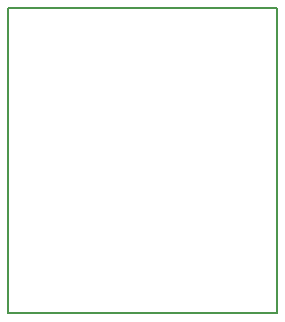
<source format=gm1>
G04 MADE WITH FRITZING*
G04 WWW.FRITZING.ORG*
G04 DOUBLE SIDED*
G04 HOLES PLATED*
G04 CONTOUR ON CENTER OF CONTOUR VECTOR*
%ASAXBY*%
%FSLAX23Y23*%
%MOIN*%
%OFA0B0*%
%SFA1.0B1.0*%
%ADD10R,0.905512X1.023620*%
%ADD11C,0.008000*%
%ADD10C,0.008*%
%LNCONTOUR*%
G90*
G70*
G54D10*
G54D11*
X4Y1020D02*
X902Y1020D01*
X902Y4D01*
X4Y4D01*
X4Y1020D01*
D02*
G04 End of contour*
M02*
</source>
